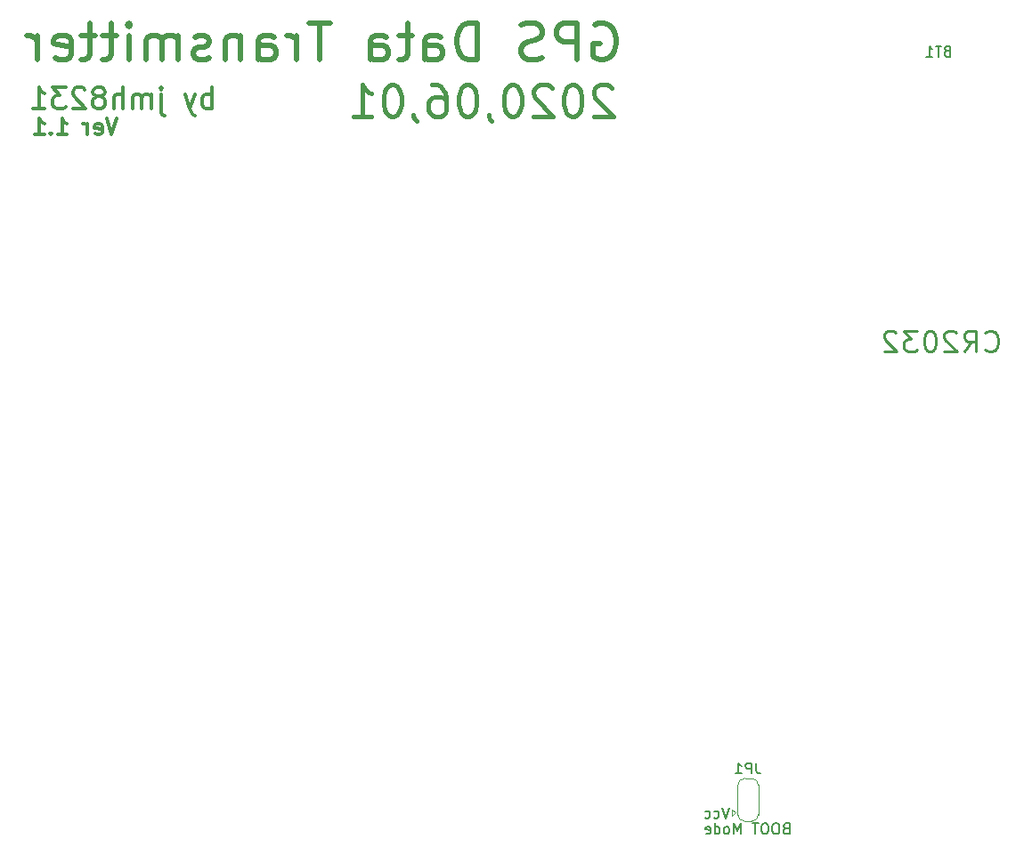
<source format=gbr>
G04 #@! TF.GenerationSoftware,KiCad,Pcbnew,(5.1.5)-3*
G04 #@! TF.CreationDate,2020-06-01T19:43:40+09:00*
G04 #@! TF.ProjectId,GPS___ ___ ver 1.1(__ __),47505370-7430-420a-91e0-302076657220,rev?*
G04 #@! TF.SameCoordinates,Original*
G04 #@! TF.FileFunction,Legend,Bot*
G04 #@! TF.FilePolarity,Positive*
%FSLAX46Y46*%
G04 Gerber Fmt 4.6, Leading zero omitted, Abs format (unit mm)*
G04 Created by KiCad (PCBNEW (5.1.5)-3) date 2020-06-01 19:43:40*
%MOMM*%
%LPD*%
G04 APERTURE LIST*
%ADD10C,0.300000*%
%ADD11C,0.400000*%
%ADD12C,0.500000*%
%ADD13C,0.150000*%
%ADD14C,0.120000*%
%ADD15C,0.250000*%
G04 APERTURE END LIST*
D10*
X101589285Y-49963571D02*
X101089285Y-51463571D01*
X100589285Y-49963571D01*
X99517857Y-51392142D02*
X99660714Y-51463571D01*
X99946428Y-51463571D01*
X100089285Y-51392142D01*
X100160714Y-51249285D01*
X100160714Y-50677857D01*
X100089285Y-50535000D01*
X99946428Y-50463571D01*
X99660714Y-50463571D01*
X99517857Y-50535000D01*
X99446428Y-50677857D01*
X99446428Y-50820714D01*
X100160714Y-50963571D01*
X98803571Y-51463571D02*
X98803571Y-50463571D01*
X98803571Y-50749285D02*
X98732142Y-50606428D01*
X98660714Y-50535000D01*
X98517857Y-50463571D01*
X98375000Y-50463571D01*
X95946428Y-51463571D02*
X96803571Y-51463571D01*
X96375000Y-51463571D02*
X96375000Y-49963571D01*
X96517857Y-50177857D01*
X96660714Y-50320714D01*
X96803571Y-50392142D01*
X95303571Y-51320714D02*
X95232142Y-51392142D01*
X95303571Y-51463571D01*
X95375000Y-51392142D01*
X95303571Y-51320714D01*
X95303571Y-51463571D01*
X93803571Y-51463571D02*
X94660714Y-51463571D01*
X94232142Y-51463571D02*
X94232142Y-49963571D01*
X94375000Y-50177857D01*
X94517857Y-50320714D01*
X94660714Y-50392142D01*
X110626190Y-48989761D02*
X110626190Y-46989761D01*
X110626190Y-47751666D02*
X110435714Y-47656428D01*
X110054761Y-47656428D01*
X109864285Y-47751666D01*
X109769047Y-47846904D01*
X109673809Y-48037380D01*
X109673809Y-48608809D01*
X109769047Y-48799285D01*
X109864285Y-48894523D01*
X110054761Y-48989761D01*
X110435714Y-48989761D01*
X110626190Y-48894523D01*
X109007142Y-47656428D02*
X108530952Y-48989761D01*
X108054761Y-47656428D02*
X108530952Y-48989761D01*
X108721428Y-49465952D01*
X108816666Y-49561190D01*
X109007142Y-49656428D01*
X105769047Y-47656428D02*
X105769047Y-49370714D01*
X105864285Y-49561190D01*
X106054761Y-49656428D01*
X106150000Y-49656428D01*
X105769047Y-46989761D02*
X105864285Y-47085000D01*
X105769047Y-47180238D01*
X105673809Y-47085000D01*
X105769047Y-46989761D01*
X105769047Y-47180238D01*
X104816666Y-48989761D02*
X104816666Y-47656428D01*
X104816666Y-47846904D02*
X104721428Y-47751666D01*
X104530952Y-47656428D01*
X104245238Y-47656428D01*
X104054761Y-47751666D01*
X103959523Y-47942142D01*
X103959523Y-48989761D01*
X103959523Y-47942142D02*
X103864285Y-47751666D01*
X103673809Y-47656428D01*
X103388095Y-47656428D01*
X103197619Y-47751666D01*
X103102380Y-47942142D01*
X103102380Y-48989761D01*
X102150000Y-48989761D02*
X102150000Y-46989761D01*
X101292857Y-48989761D02*
X101292857Y-47942142D01*
X101388095Y-47751666D01*
X101578571Y-47656428D01*
X101864285Y-47656428D01*
X102054761Y-47751666D01*
X102150000Y-47846904D01*
X100054761Y-47846904D02*
X100245238Y-47751666D01*
X100340476Y-47656428D01*
X100435714Y-47465952D01*
X100435714Y-47370714D01*
X100340476Y-47180238D01*
X100245238Y-47085000D01*
X100054761Y-46989761D01*
X99673809Y-46989761D01*
X99483333Y-47085000D01*
X99388095Y-47180238D01*
X99292857Y-47370714D01*
X99292857Y-47465952D01*
X99388095Y-47656428D01*
X99483333Y-47751666D01*
X99673809Y-47846904D01*
X100054761Y-47846904D01*
X100245238Y-47942142D01*
X100340476Y-48037380D01*
X100435714Y-48227857D01*
X100435714Y-48608809D01*
X100340476Y-48799285D01*
X100245238Y-48894523D01*
X100054761Y-48989761D01*
X99673809Y-48989761D01*
X99483333Y-48894523D01*
X99388095Y-48799285D01*
X99292857Y-48608809D01*
X99292857Y-48227857D01*
X99388095Y-48037380D01*
X99483333Y-47942142D01*
X99673809Y-47846904D01*
X98530952Y-47180238D02*
X98435714Y-47085000D01*
X98245238Y-46989761D01*
X97769047Y-46989761D01*
X97578571Y-47085000D01*
X97483333Y-47180238D01*
X97388095Y-47370714D01*
X97388095Y-47561190D01*
X97483333Y-47846904D01*
X98626190Y-48989761D01*
X97388095Y-48989761D01*
X96721428Y-46989761D02*
X95483333Y-46989761D01*
X96150000Y-47751666D01*
X95864285Y-47751666D01*
X95673809Y-47846904D01*
X95578571Y-47942142D01*
X95483333Y-48132619D01*
X95483333Y-48608809D01*
X95578571Y-48799285D01*
X95673809Y-48894523D01*
X95864285Y-48989761D01*
X96435714Y-48989761D01*
X96626190Y-48894523D01*
X96721428Y-48799285D01*
X93578571Y-48989761D02*
X94721428Y-48989761D01*
X94150000Y-48989761D02*
X94150000Y-46989761D01*
X94340476Y-47275476D01*
X94530952Y-47465952D01*
X94721428Y-47561190D01*
D11*
X148635714Y-47002857D02*
X148492857Y-46860000D01*
X148207142Y-46717142D01*
X147492857Y-46717142D01*
X147207142Y-46860000D01*
X147064285Y-47002857D01*
X146921428Y-47288571D01*
X146921428Y-47574285D01*
X147064285Y-48002857D01*
X148778571Y-49717142D01*
X146921428Y-49717142D01*
X145064285Y-46717142D02*
X144778571Y-46717142D01*
X144492857Y-46860000D01*
X144350000Y-47002857D01*
X144207142Y-47288571D01*
X144064285Y-47860000D01*
X144064285Y-48574285D01*
X144207142Y-49145714D01*
X144350000Y-49431428D01*
X144492857Y-49574285D01*
X144778571Y-49717142D01*
X145064285Y-49717142D01*
X145350000Y-49574285D01*
X145492857Y-49431428D01*
X145635714Y-49145714D01*
X145778571Y-48574285D01*
X145778571Y-47860000D01*
X145635714Y-47288571D01*
X145492857Y-47002857D01*
X145350000Y-46860000D01*
X145064285Y-46717142D01*
X142921428Y-47002857D02*
X142778571Y-46860000D01*
X142492857Y-46717142D01*
X141778571Y-46717142D01*
X141492857Y-46860000D01*
X141350000Y-47002857D01*
X141207142Y-47288571D01*
X141207142Y-47574285D01*
X141350000Y-48002857D01*
X143064285Y-49717142D01*
X141207142Y-49717142D01*
X139350000Y-46717142D02*
X139064285Y-46717142D01*
X138778571Y-46860000D01*
X138635714Y-47002857D01*
X138492857Y-47288571D01*
X138350000Y-47860000D01*
X138350000Y-48574285D01*
X138492857Y-49145714D01*
X138635714Y-49431428D01*
X138778571Y-49574285D01*
X139064285Y-49717142D01*
X139350000Y-49717142D01*
X139635714Y-49574285D01*
X139778571Y-49431428D01*
X139921428Y-49145714D01*
X140064285Y-48574285D01*
X140064285Y-47860000D01*
X139921428Y-47288571D01*
X139778571Y-47002857D01*
X139635714Y-46860000D01*
X139350000Y-46717142D01*
X136921428Y-49574285D02*
X136921428Y-49717142D01*
X137064285Y-50002857D01*
X137207142Y-50145714D01*
X135064285Y-46717142D02*
X134778571Y-46717142D01*
X134492857Y-46860000D01*
X134350000Y-47002857D01*
X134207142Y-47288571D01*
X134064285Y-47860000D01*
X134064285Y-48574285D01*
X134207142Y-49145714D01*
X134350000Y-49431428D01*
X134492857Y-49574285D01*
X134778571Y-49717142D01*
X135064285Y-49717142D01*
X135350000Y-49574285D01*
X135492857Y-49431428D01*
X135635714Y-49145714D01*
X135778571Y-48574285D01*
X135778571Y-47860000D01*
X135635714Y-47288571D01*
X135492857Y-47002857D01*
X135350000Y-46860000D01*
X135064285Y-46717142D01*
X131492857Y-46717142D02*
X132064285Y-46717142D01*
X132350000Y-46860000D01*
X132492857Y-47002857D01*
X132778571Y-47431428D01*
X132921428Y-48002857D01*
X132921428Y-49145714D01*
X132778571Y-49431428D01*
X132635714Y-49574285D01*
X132350000Y-49717142D01*
X131778571Y-49717142D01*
X131492857Y-49574285D01*
X131350000Y-49431428D01*
X131207142Y-49145714D01*
X131207142Y-48431428D01*
X131350000Y-48145714D01*
X131492857Y-48002857D01*
X131778571Y-47860000D01*
X132350000Y-47860000D01*
X132635714Y-48002857D01*
X132778571Y-48145714D01*
X132921428Y-48431428D01*
X129778571Y-49574285D02*
X129778571Y-49717142D01*
X129921428Y-50002857D01*
X130064285Y-50145714D01*
X127921428Y-46717142D02*
X127635714Y-46717142D01*
X127350000Y-46860000D01*
X127207142Y-47002857D01*
X127064285Y-47288571D01*
X126921428Y-47860000D01*
X126921428Y-48574285D01*
X127064285Y-49145714D01*
X127207142Y-49431428D01*
X127350000Y-49574285D01*
X127635714Y-49717142D01*
X127921428Y-49717142D01*
X128207142Y-49574285D01*
X128350000Y-49431428D01*
X128492857Y-49145714D01*
X128635714Y-48574285D01*
X128635714Y-47860000D01*
X128492857Y-47288571D01*
X128350000Y-47002857D01*
X128207142Y-46860000D01*
X127921428Y-46717142D01*
X124064285Y-49717142D02*
X125778571Y-49717142D01*
X124921428Y-49717142D02*
X124921428Y-46717142D01*
X125207142Y-47145714D01*
X125492857Y-47431428D01*
X125778571Y-47574285D01*
D12*
X147033333Y-41010000D02*
X147366666Y-40843333D01*
X147866666Y-40843333D01*
X148366666Y-41010000D01*
X148700000Y-41343333D01*
X148866666Y-41676666D01*
X149033333Y-42343333D01*
X149033333Y-42843333D01*
X148866666Y-43510000D01*
X148700000Y-43843333D01*
X148366666Y-44176666D01*
X147866666Y-44343333D01*
X147533333Y-44343333D01*
X147033333Y-44176666D01*
X146866666Y-44010000D01*
X146866666Y-42843333D01*
X147533333Y-42843333D01*
X145366666Y-44343333D02*
X145366666Y-40843333D01*
X144033333Y-40843333D01*
X143700000Y-41010000D01*
X143533333Y-41176666D01*
X143366666Y-41510000D01*
X143366666Y-42010000D01*
X143533333Y-42343333D01*
X143700000Y-42510000D01*
X144033333Y-42676666D01*
X145366666Y-42676666D01*
X142033333Y-44176666D02*
X141533333Y-44343333D01*
X140700000Y-44343333D01*
X140366666Y-44176666D01*
X140200000Y-44010000D01*
X140033333Y-43676666D01*
X140033333Y-43343333D01*
X140200000Y-43010000D01*
X140366666Y-42843333D01*
X140700000Y-42676666D01*
X141366666Y-42510000D01*
X141700000Y-42343333D01*
X141866666Y-42176666D01*
X142033333Y-41843333D01*
X142033333Y-41510000D01*
X141866666Y-41176666D01*
X141700000Y-41010000D01*
X141366666Y-40843333D01*
X140533333Y-40843333D01*
X140033333Y-41010000D01*
X135866666Y-44343333D02*
X135866666Y-40843333D01*
X135033333Y-40843333D01*
X134533333Y-41010000D01*
X134200000Y-41343333D01*
X134033333Y-41676666D01*
X133866666Y-42343333D01*
X133866666Y-42843333D01*
X134033333Y-43510000D01*
X134200000Y-43843333D01*
X134533333Y-44176666D01*
X135033333Y-44343333D01*
X135866666Y-44343333D01*
X130866666Y-44343333D02*
X130866666Y-42510000D01*
X131033333Y-42176666D01*
X131366666Y-42010000D01*
X132033333Y-42010000D01*
X132366666Y-42176666D01*
X130866666Y-44176666D02*
X131200000Y-44343333D01*
X132033333Y-44343333D01*
X132366666Y-44176666D01*
X132533333Y-43843333D01*
X132533333Y-43510000D01*
X132366666Y-43176666D01*
X132033333Y-43010000D01*
X131200000Y-43010000D01*
X130866666Y-42843333D01*
X129700000Y-42010000D02*
X128366666Y-42010000D01*
X129200000Y-40843333D02*
X129200000Y-43843333D01*
X129033333Y-44176666D01*
X128700000Y-44343333D01*
X128366666Y-44343333D01*
X125700000Y-44343333D02*
X125700000Y-42510000D01*
X125866666Y-42176666D01*
X126200000Y-42010000D01*
X126866666Y-42010000D01*
X127200000Y-42176666D01*
X125700000Y-44176666D02*
X126033333Y-44343333D01*
X126866666Y-44343333D01*
X127200000Y-44176666D01*
X127366666Y-43843333D01*
X127366666Y-43510000D01*
X127200000Y-43176666D01*
X126866666Y-43010000D01*
X126033333Y-43010000D01*
X125700000Y-42843333D01*
X121866666Y-40843333D02*
X119866666Y-40843333D01*
X120866666Y-44343333D02*
X120866666Y-40843333D01*
X118700000Y-44343333D02*
X118700000Y-42010000D01*
X118700000Y-42676666D02*
X118533333Y-42343333D01*
X118366666Y-42176666D01*
X118033333Y-42010000D01*
X117700000Y-42010000D01*
X115033333Y-44343333D02*
X115033333Y-42510000D01*
X115200000Y-42176666D01*
X115533333Y-42010000D01*
X116200000Y-42010000D01*
X116533333Y-42176666D01*
X115033333Y-44176666D02*
X115366666Y-44343333D01*
X116200000Y-44343333D01*
X116533333Y-44176666D01*
X116700000Y-43843333D01*
X116700000Y-43510000D01*
X116533333Y-43176666D01*
X116200000Y-43010000D01*
X115366666Y-43010000D01*
X115033333Y-42843333D01*
X113366666Y-42010000D02*
X113366666Y-44343333D01*
X113366666Y-42343333D02*
X113200000Y-42176666D01*
X112866666Y-42010000D01*
X112366666Y-42010000D01*
X112033333Y-42176666D01*
X111866666Y-42510000D01*
X111866666Y-44343333D01*
X110366666Y-44176666D02*
X110033333Y-44343333D01*
X109366666Y-44343333D01*
X109033333Y-44176666D01*
X108866666Y-43843333D01*
X108866666Y-43676666D01*
X109033333Y-43343333D01*
X109366666Y-43176666D01*
X109866666Y-43176666D01*
X110200000Y-43010000D01*
X110366666Y-42676666D01*
X110366666Y-42510000D01*
X110200000Y-42176666D01*
X109866666Y-42010000D01*
X109366666Y-42010000D01*
X109033333Y-42176666D01*
X107366666Y-44343333D02*
X107366666Y-42010000D01*
X107366666Y-42343333D02*
X107200000Y-42176666D01*
X106866666Y-42010000D01*
X106366666Y-42010000D01*
X106033333Y-42176666D01*
X105866666Y-42510000D01*
X105866666Y-44343333D01*
X105866666Y-42510000D02*
X105700000Y-42176666D01*
X105366666Y-42010000D01*
X104866666Y-42010000D01*
X104533333Y-42176666D01*
X104366666Y-42510000D01*
X104366666Y-44343333D01*
X102700000Y-44343333D02*
X102700000Y-42010000D01*
X102700000Y-40843333D02*
X102866666Y-41010000D01*
X102700000Y-41176666D01*
X102533333Y-41010000D01*
X102700000Y-40843333D01*
X102700000Y-41176666D01*
X101533333Y-42010000D02*
X100200000Y-42010000D01*
X101033333Y-40843333D02*
X101033333Y-43843333D01*
X100866666Y-44176666D01*
X100533333Y-44343333D01*
X100200000Y-44343333D01*
X99533333Y-42010000D02*
X98200000Y-42010000D01*
X99033333Y-40843333D02*
X99033333Y-43843333D01*
X98866666Y-44176666D01*
X98533333Y-44343333D01*
X98200000Y-44343333D01*
X95700000Y-44176666D02*
X96033333Y-44343333D01*
X96700000Y-44343333D01*
X97033333Y-44176666D01*
X97200000Y-43843333D01*
X97200000Y-42510000D01*
X97033333Y-42176666D01*
X96700000Y-42010000D01*
X96033333Y-42010000D01*
X95700000Y-42176666D01*
X95533333Y-42510000D01*
X95533333Y-42843333D01*
X97200000Y-43176666D01*
X94033333Y-44343333D02*
X94033333Y-42010000D01*
X94033333Y-42676666D02*
X93866666Y-42343333D01*
X93700000Y-42176666D01*
X93366666Y-42010000D01*
X93033333Y-42010000D01*
D13*
X159765476Y-115512380D02*
X159432142Y-116512380D01*
X159098809Y-115512380D01*
X158336904Y-116464761D02*
X158432142Y-116512380D01*
X158622619Y-116512380D01*
X158717857Y-116464761D01*
X158765476Y-116417142D01*
X158813095Y-116321904D01*
X158813095Y-116036190D01*
X158765476Y-115940952D01*
X158717857Y-115893333D01*
X158622619Y-115845714D01*
X158432142Y-115845714D01*
X158336904Y-115893333D01*
X157479761Y-116464761D02*
X157575000Y-116512380D01*
X157765476Y-116512380D01*
X157860714Y-116464761D01*
X157908333Y-116417142D01*
X157955952Y-116321904D01*
X157955952Y-116036190D01*
X157908333Y-115940952D01*
X157860714Y-115893333D01*
X157765476Y-115845714D01*
X157575000Y-115845714D01*
X157479761Y-115893333D01*
D14*
G04 #@! TO.C,JP1*
X160400000Y-115977000D02*
X160100000Y-115677000D01*
X160100000Y-116277000D02*
X160100000Y-115677000D01*
X160400000Y-115977000D02*
X160100000Y-116277000D01*
X161300000Y-116827000D02*
X161900000Y-116827000D01*
X160600000Y-113377000D02*
X160600000Y-116177000D01*
X161900000Y-112727000D02*
X161300000Y-112727000D01*
X162600000Y-116177000D02*
X162600000Y-113377000D01*
X162600000Y-113427000D02*
G75*
G03X161900000Y-112727000I-700000J0D01*
G01*
X161300000Y-112727000D02*
G75*
G03X160600000Y-113427000I0J-700000D01*
G01*
X160600000Y-116127000D02*
G75*
G03X161300000Y-116827000I700000J0D01*
G01*
X161900000Y-116827000D02*
G75*
G03X162600000Y-116127000I0J700000D01*
G01*
G04 #@! TO.C,BT1*
D13*
X180510714Y-43513571D02*
X180367857Y-43561190D01*
X180320238Y-43608809D01*
X180272619Y-43704047D01*
X180272619Y-43846904D01*
X180320238Y-43942142D01*
X180367857Y-43989761D01*
X180463095Y-44037380D01*
X180844047Y-44037380D01*
X180844047Y-43037380D01*
X180510714Y-43037380D01*
X180415476Y-43085000D01*
X180367857Y-43132619D01*
X180320238Y-43227857D01*
X180320238Y-43323095D01*
X180367857Y-43418333D01*
X180415476Y-43465952D01*
X180510714Y-43513571D01*
X180844047Y-43513571D01*
X179986904Y-43037380D02*
X179415476Y-43037380D01*
X179701190Y-44037380D02*
X179701190Y-43037380D01*
X178558333Y-44037380D02*
X179129761Y-44037380D01*
X178844047Y-44037380D02*
X178844047Y-43037380D01*
X178939285Y-43180238D01*
X179034523Y-43275476D01*
X179129761Y-43323095D01*
D15*
X184140476Y-71924285D02*
X184235714Y-72019523D01*
X184521428Y-72114761D01*
X184711904Y-72114761D01*
X184997619Y-72019523D01*
X185188095Y-71829047D01*
X185283333Y-71638571D01*
X185378571Y-71257619D01*
X185378571Y-70971904D01*
X185283333Y-70590952D01*
X185188095Y-70400476D01*
X184997619Y-70210000D01*
X184711904Y-70114761D01*
X184521428Y-70114761D01*
X184235714Y-70210000D01*
X184140476Y-70305238D01*
X182140476Y-72114761D02*
X182807142Y-71162380D01*
X183283333Y-72114761D02*
X183283333Y-70114761D01*
X182521428Y-70114761D01*
X182330952Y-70210000D01*
X182235714Y-70305238D01*
X182140476Y-70495714D01*
X182140476Y-70781428D01*
X182235714Y-70971904D01*
X182330952Y-71067142D01*
X182521428Y-71162380D01*
X183283333Y-71162380D01*
X181378571Y-70305238D02*
X181283333Y-70210000D01*
X181092857Y-70114761D01*
X180616666Y-70114761D01*
X180426190Y-70210000D01*
X180330952Y-70305238D01*
X180235714Y-70495714D01*
X180235714Y-70686190D01*
X180330952Y-70971904D01*
X181473809Y-72114761D01*
X180235714Y-72114761D01*
X178997619Y-70114761D02*
X178807142Y-70114761D01*
X178616666Y-70210000D01*
X178521428Y-70305238D01*
X178426190Y-70495714D01*
X178330952Y-70876666D01*
X178330952Y-71352857D01*
X178426190Y-71733809D01*
X178521428Y-71924285D01*
X178616666Y-72019523D01*
X178807142Y-72114761D01*
X178997619Y-72114761D01*
X179188095Y-72019523D01*
X179283333Y-71924285D01*
X179378571Y-71733809D01*
X179473809Y-71352857D01*
X179473809Y-70876666D01*
X179378571Y-70495714D01*
X179283333Y-70305238D01*
X179188095Y-70210000D01*
X178997619Y-70114761D01*
X177664285Y-70114761D02*
X176426190Y-70114761D01*
X177092857Y-70876666D01*
X176807142Y-70876666D01*
X176616666Y-70971904D01*
X176521428Y-71067142D01*
X176426190Y-71257619D01*
X176426190Y-71733809D01*
X176521428Y-71924285D01*
X176616666Y-72019523D01*
X176807142Y-72114761D01*
X177378571Y-72114761D01*
X177569047Y-72019523D01*
X177664285Y-71924285D01*
X175664285Y-70305238D02*
X175569047Y-70210000D01*
X175378571Y-70114761D01*
X174902380Y-70114761D01*
X174711904Y-70210000D01*
X174616666Y-70305238D01*
X174521428Y-70495714D01*
X174521428Y-70686190D01*
X174616666Y-70971904D01*
X175759523Y-72114761D01*
X174521428Y-72114761D01*
G04 #@! TO.C,JP1*
D13*
X162383333Y-111262380D02*
X162383333Y-111976666D01*
X162430952Y-112119523D01*
X162526190Y-112214761D01*
X162669047Y-112262380D01*
X162764285Y-112262380D01*
X161907142Y-112262380D02*
X161907142Y-111262380D01*
X161526190Y-111262380D01*
X161430952Y-111310000D01*
X161383333Y-111357619D01*
X161335714Y-111452857D01*
X161335714Y-111595714D01*
X161383333Y-111690952D01*
X161430952Y-111738571D01*
X161526190Y-111786190D01*
X161907142Y-111786190D01*
X160383333Y-112262380D02*
X160954761Y-112262380D01*
X160669047Y-112262380D02*
X160669047Y-111262380D01*
X160764285Y-111405238D01*
X160859523Y-111500476D01*
X160954761Y-111548095D01*
X165192857Y-117488571D02*
X165050000Y-117536190D01*
X165002380Y-117583809D01*
X164954761Y-117679047D01*
X164954761Y-117821904D01*
X165002380Y-117917142D01*
X165050000Y-117964761D01*
X165145238Y-118012380D01*
X165526190Y-118012380D01*
X165526190Y-117012380D01*
X165192857Y-117012380D01*
X165097619Y-117060000D01*
X165050000Y-117107619D01*
X165002380Y-117202857D01*
X165002380Y-117298095D01*
X165050000Y-117393333D01*
X165097619Y-117440952D01*
X165192857Y-117488571D01*
X165526190Y-117488571D01*
X164335714Y-117012380D02*
X164145238Y-117012380D01*
X164050000Y-117060000D01*
X163954761Y-117155238D01*
X163907142Y-117345714D01*
X163907142Y-117679047D01*
X163954761Y-117869523D01*
X164050000Y-117964761D01*
X164145238Y-118012380D01*
X164335714Y-118012380D01*
X164430952Y-117964761D01*
X164526190Y-117869523D01*
X164573809Y-117679047D01*
X164573809Y-117345714D01*
X164526190Y-117155238D01*
X164430952Y-117060000D01*
X164335714Y-117012380D01*
X163288095Y-117012380D02*
X163097619Y-117012380D01*
X163002380Y-117060000D01*
X162907142Y-117155238D01*
X162859523Y-117345714D01*
X162859523Y-117679047D01*
X162907142Y-117869523D01*
X163002380Y-117964761D01*
X163097619Y-118012380D01*
X163288095Y-118012380D01*
X163383333Y-117964761D01*
X163478571Y-117869523D01*
X163526190Y-117679047D01*
X163526190Y-117345714D01*
X163478571Y-117155238D01*
X163383333Y-117060000D01*
X163288095Y-117012380D01*
X162573809Y-117012380D02*
X162002380Y-117012380D01*
X162288095Y-118012380D02*
X162288095Y-117012380D01*
X160907142Y-118012380D02*
X160907142Y-117012380D01*
X160573809Y-117726666D01*
X160240476Y-117012380D01*
X160240476Y-118012380D01*
X159621428Y-118012380D02*
X159716666Y-117964761D01*
X159764285Y-117917142D01*
X159811904Y-117821904D01*
X159811904Y-117536190D01*
X159764285Y-117440952D01*
X159716666Y-117393333D01*
X159621428Y-117345714D01*
X159478571Y-117345714D01*
X159383333Y-117393333D01*
X159335714Y-117440952D01*
X159288095Y-117536190D01*
X159288095Y-117821904D01*
X159335714Y-117917142D01*
X159383333Y-117964761D01*
X159478571Y-118012380D01*
X159621428Y-118012380D01*
X158430952Y-118012380D02*
X158430952Y-117012380D01*
X158430952Y-117964761D02*
X158526190Y-118012380D01*
X158716666Y-118012380D01*
X158811904Y-117964761D01*
X158859523Y-117917142D01*
X158907142Y-117821904D01*
X158907142Y-117536190D01*
X158859523Y-117440952D01*
X158811904Y-117393333D01*
X158716666Y-117345714D01*
X158526190Y-117345714D01*
X158430952Y-117393333D01*
X157573809Y-117964761D02*
X157669047Y-118012380D01*
X157859523Y-118012380D01*
X157954761Y-117964761D01*
X158002380Y-117869523D01*
X158002380Y-117488571D01*
X157954761Y-117393333D01*
X157859523Y-117345714D01*
X157669047Y-117345714D01*
X157573809Y-117393333D01*
X157526190Y-117488571D01*
X157526190Y-117583809D01*
X158002380Y-117679047D01*
G04 #@! TD*
M02*

</source>
